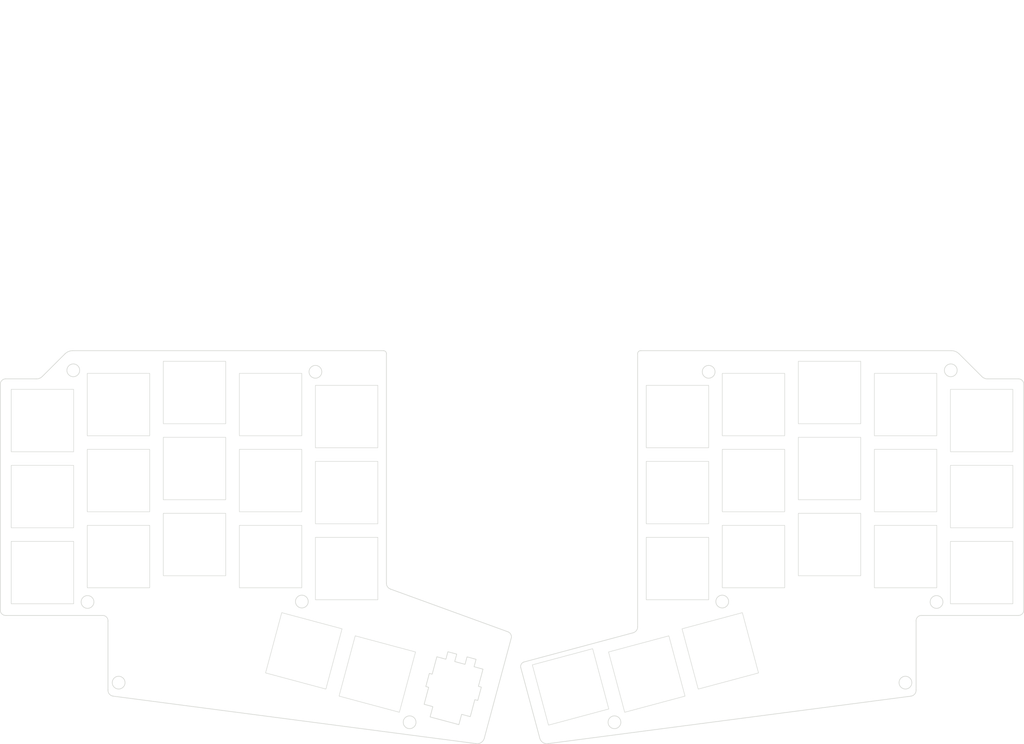
<source format=kicad_pcb>
(kicad_pcb (version 20221018) (generator pcbnew)
  (layers (0 "F.Cu" signal) (31 "B.Cu" signal) (34 "B.Paste" user) (35 "F.Paste" user) (36 "B.SilkS" user "B.Silkscreen") (37 "F.SilkS" user "F.Silkscreen") (38 "B.Mask" user) (39 "F.Mask" user) (44 "Edge.Cuts" user))
  (net 0 "")
  (footprint "jw_custom_footprint:CherryMX_Hotswap_cutout_above_PCB" (layer "F.Cu") (at 50.63948 99.035588)
    (fp_text reference "SW12" hide)
    (fp_text value "SW12")
    (fp_rect (start -7.8 -7.8) (end 7.8 7.8) (stroke (width 0.12)) (fill none) (layer "Edge.Cuts"))
  )
  (footprint "jw_custom_footprint:CherryMX_Hotswap_cutout_above_PCB" (layer "F.Cu") (at 50.63948 80.035988)
    (fp_text reference "SW7" hide)
    (fp_text value "SW7")
    (fp_rect (start -7.8 -7.8) (end 7.8 7.8) (stroke (width 0.12)) (fill none) (layer "Edge.Cuts"))
  )
  (footprint "jw_custom_footprint:RotaryEncoder_Alps_EC11E-Switch_Vertical_H20mm_cutout_above_PCB" (layer "F.Cu") (at 134.340366 131.6271 165)
    (fp_text reference "EC1" hide)
    (fp_text value "Rotary_Encoder_Switch")
    (fp_poly (pts (xy 3.7084 -6.096) (xy 5.969 -6.096) (xy 5.969 -1.7018) (xy 6.7056 -1.7018) (xy 6.7056 1.7018) (xy 5.969 1.7018) (xy 5.969 6.1976) (xy 3.6322 6.1976) (xy 3.6322 8.128) (xy 1.3462 8.128) (xy 1.3462 6.1976) (xy -1.3208 6.1976) (xy -1.3208 8.128) (xy -3.6576 8.128) (xy -3.6576 6.1976) (xy -5.969 6.1976) (xy -5.969 1.7526) (xy -6.731 1.7526) (xy -6.731 -1.7018) (xy -5.969 -1.7018) (xy -5.969 -6.096) (xy -3.7338 -6.096) (xy -3.7338 -8.763) (xy 3.7084 -8.763)) (stroke (width 0.15)) (fill none) (layer "Edge.Cuts"))
  )
  (footprint "jw_custom_footprint:MountingHole_3.2mm_M3_cutout" (layer "F.Cu") (at 99.840307 52.847744)
    (fp_text reference "TH1")
    (fp_text value "HOLE")
    (fp_circle (center 0 0) (end 1.6 0) (stroke (width 0.15)) (fill none) (layer "Edge.Cuts"))
  )
  (footprint "jw_custom_footprint:CherryMX_Hotswap_cutout_above_PCB" (layer "F.Cu") (at 96.937515 122.616333 -15)
    (fp_text reference "SW16" hide)
    (fp_text value "SW16")
    (fp_rect (start -7.8 -7.8) (end 7.8 7.8) (stroke (width 0.12)) (fill none) (layer "Edge.Cuts"))
  )
  (footprint "jw_custom_footprint:CherryMX_Hotswap_cutout_above_PCB" (layer "F.Cu") (at 31.63928 65.034988)
    (fp_text reference "SW1" hide)
    (fp_text value "SW1")
    (fp_rect (start -7.8 -7.8) (end 7.8 7.8) (stroke (width 0.12)) (fill none) (layer "Edge.Cuts"))
  )
  (footprint "jw_custom_footprint:CherryMX_Hotswap_cutout_above_PCB" (layer "F.Cu") (at 31.63928 84.035388)
    (fp_text reference "SW6" hide)
    (fp_text value "SW6")
    (fp_rect (start -7.8 -7.8) (end 7.8 7.8) (stroke (width 0.12)) (fill none) (layer "Edge.Cuts"))
  )
  (footprint "jw_custom_footprint:MountingHole_3.2mm_M3_cutout" (layer "F.Cu") (at 96.449352 110.286194)
    (fp_text reference "TH4" hide)
    (fp_text value "HOLE")
    (fp_circle (center 0 0) (end 1.6 0) (stroke (width 0.15)) (fill none) (layer "Edge.Cuts"))
  )
  (footprint "jw_custom_footprint:MountingHole_3.2mm_M3_cutout" (layer "F.Cu") (at 42.906152 110.390594)
    (fp_text reference "TH3")
    (fp_text value "HOLE")
    (fp_circle (center 0 0) (end 1.6 0) (stroke (width 0.15)) (fill none) (layer "Edge.Cuts"))
  )
  (footprint "jw_custom_footprint:CherryMX_Hotswap_cutout_above_PCB" (layer "F.Cu") (at 115.29949 128.411267 -15)
    (fp_text reference "SW17" hide)
    (fp_text value "SW17")
    (fp_rect (start -7.8 -7.8) (end 7.8 7.8) (stroke (width 0.12)) (fill none) (layer "Edge.Cuts"))
  )
  (footprint "jw_custom_footprint:CherryMX_Hotswap_cutout_above_PCB" (layer "F.Cu") (at 69.63888 96.025788)
    (fp_text reference "SW13" hide)
    (fp_text value "SW13")
    (fp_rect (start -7.8 -7.8) (end 7.8 7.8) (stroke (width 0.12)) (fill none) (layer "Edge.Cuts"))
  )
  (footprint "jw_custom_footprint:MountingHole_3.2mm_M3_cutout" (layer "F.Cu") (at 123.373352 140.464194)
    (fp_text reference "TH5")
    (fp_text value "HOLE")
    (fp_circle (center 0 0) (end 1.6 0) (stroke (width 0.15)) (fill none) (layer "Edge.Cuts"))
  )
  (footprint "jw_custom_footprint:CherryMX_Hotswap_cutout_above_PCB" (layer "F.Cu") (at 88.63908 61.035828)
    (fp_text reference "SW4" hide)
    (fp_text value "SW4")
    (fp_rect (start -7.8 -7.8) (end 7.8 7.8) (stroke (width 0.12)) (fill none) (layer "Edge.Cuts"))
  )
  (footprint "jw_custom_footprint:CherryMX_Hotswap_cutout_above_PCB" (layer "F.Cu") (at 50.63948 61.036388)
    (fp_text reference "SW2" hide)
    (fp_text value "SW2")
    (fp_rect (start -7.8 -7.8) (end 7.8 7.8) (stroke (width 0.12)) (fill none) (layer "Edge.Cuts"))
  )
  (footprint "jw_custom_footprint:CherryMX_Hotswap_cutout_above_PCB" (layer "F.Cu") (at 107.638778 64.036388)
    (fp_text reference "SW5" hide)
    (fp_text value "SW5")
    (fp_rect (start -7.8 -7.8) (end 7.8 7.8) (stroke (width 0.12)) (fill none) (layer "Edge.Cuts"))
  )
  (footprint "jw_custom_footprint:CherryMX_Hotswap_cutout_above_PCB" (layer "F.Cu") (at 88.63908 99.036188)
    (fp_text reference "SW14" hide)
    (fp_text value "SW14")
    (fp_rect (start -7.8 -7.8) (end 7.8 7.8) (stroke (width 0.12)) (fill none) (layer "Edge.Cuts"))
  )
  (footprint "jw_custom_footprint:CherryMX_Hotswap_cutout_above_PCB" (layer "F.Cu") (at 107.638778 102.036188)
    (fp_text reference "SW15" hide)
    (fp_text value "SW15")
    (fp_rect (start -7.8 -7.8) (end 7.8 7.8) (stroke (width 0.12)) (fill none) (layer "Edge.Cuts"))
  )
  (footprint "jw_custom_footprint:CherryMX_Hotswap_cutout_above_PCB" (layer "F.Cu") (at 88.63908 80.035788)
    (fp_text reference "SW9" hide)
    (fp_text value "SW9")
    (fp_rect (start -7.8 -7.8) (end 7.8 7.8) (stroke (width 0.12)) (fill none) (layer "Edge.Cuts"))
  )
  (footprint "jw_custom_footprint:MountingHole_3.2mm_M3_cutout" (layer "F.Cu") (at 50.678552 130.558194)
    (fp_text reference "TH6")
    (fp_text value "HOLE")
    (fp_circle (center 0 0) (end 1.6 0) (stroke (width 0.15)) (fill none) (layer "Edge.Cuts"))
  )
  (footprint "jw_custom_footprint:CherryMX_Hotswap_cutout_above_PCB" (layer "F.Cu") (at 107.638778 83.036188)
    (fp_text reference "SW10" hide)
    (fp_text value "SW10")
    (fp_rect (start -7.8 -7.8) (end 7.8 7.8) (stroke (width 0.12)) (fill none) (layer "Edge.Cuts"))
  )
  (footprint "jw_custom_footprint:CherryMX_Hotswap_cutout_above_PCB" (layer "F.Cu") (at 69.63888 58.025628)
    (fp_text reference "SW3" hide)
    (fp_text value "SW3")
    (fp_rect (start -7.8 -7.8) (end 7.8 7.8) (stroke (width 0.12)) (fill none) (layer "Edge.Cuts"))
  )
  (footprint "jw_custom_footprint:MountingHole_3.2mm_M3_cutout" (layer "F.Cu") (at 39.350152 52.478594)
    (fp_text reference "TH2")
    (fp_text value "HOLE")
    (fp_circle (center 0 0) (end 1.6 0) (stroke (width 0.15)) (fill none) (layer "Edge.Cuts"))
  )
  (footprint "jw_custom_footprint:CherryMX_Hotswap_cutout_above_PCB" (layer "F.Cu") (at 69.63888 77.025588)
    (fp_text reference "SW8" hide)
    (fp_text value "SW8")
    (fp_rect (start -7.8 -7.8) (end 7.8 7.8) (stroke (width 0.12)) (fill none) (layer "Edge.Cuts"))
  )
  (footprint "jw_custom_footprint:CherryMX_Hotswap_cutout_above_PCB" (layer "F.Cu") (at 31.63928 103.035788)
    (fp_text reference "SW11" hide)
    (fp_text value "SW11")
    (fp_rect (start -7.8 -7.8) (end 7.8 7.8) (stroke (width 0.12)) (fill none) (layer "Edge.Cuts"))
  )
  (footprint "jw_custom_footprint:CherryMX_Hotswap_cutout_above_PCB" (layer "B.Cu") (at 247.285222 99.035588 180)
    (fp_text reference "SW12" hide)
    (fp_text value "SW12")
    (fp_rect (start -7.8 7.8) (end 7.8 -7.8) (stroke (width 0.12)) (fill none) (layer "Edge.Cuts"))
  )
  (footprint "jw_custom_footprint:CherryMX_Hotswap_cutout_above_PCB" (layer "B.Cu") (at 182.625212 128.411267 -165)
    (fp_text reference "SW17" hide)
    (fp_text value "SW17")
    (fp_rect (start -7.8 7.8) (end 7.8 -7.8) (stroke (width 0.12)) (fill none) (layer "Edge.Cuts"))
  )
  (footprint "jw_custom_footprint:CherryMX_Hotswap_cutout_above_PCB" (layer "B.Cu") (at 190.285924 83.036188 180)
    (fp_text reference "SW10" hide)
    (fp_text value "SW10")
    (fp_rect (start -7.8 7.8) (end 7.8 -7.8) (stroke (width 0.12)) (fill none) (layer "Edge.Cuts"))
  )
  (footprint "jw_custom_footprint:CherryMX_Hotswap_cutout_above_PCB" (layer "B.Cu") (at 266.285422 84.035388 180)
    (fp_text reference "SW6" hide)
    (fp_text value "SW6")
    (fp_rect (start -7.8 7.8) (end 7.8 -7.8) (stroke (width 0.12)) (fill none) (layer "Edge.Cuts"))
  )
  (footprint "jw_custom_footprint:MountingHole_3.2mm_M3_cutout" (layer "B.Cu") (at 174.55135 140.464194 180)
    (fp_text reference "TH5")
    (fp_text value "HOLE")
    (fp_circle (center 0 0) (end 1.6 0) (stroke (width 0.15)) (fill none) (layer "Edge.Cuts"))
  )
  (footprint "jw_custom_footprint:CherryMX_Hotswap_cutout_above_PCB" (layer "B.Cu") (at 209.285622 61.035828 180)
    (fp_text reference "SW4" hide)
    (fp_text value "SW4")
    (fp_rect (start -7.8 7.8) (end 7.8 -7.8) (stroke (width 0.12)) (fill none) (layer "Edge.Cuts"))
  )
  (footprint "jw_custom_footprint:CherryMX_Hotswap_cutout_above_PCB" (layer "B.Cu") (at 163.584336 131.6271 -165)
    (fp_text reference "SW18" hide)
    (fp_text value "SW18")
    (fp_rect (start -7.8 7.8) (end 7.8 -7.8) (stroke (width 0.12)) (fill none) (layer "Edge.Cuts"))
  )
  (footprint "jw_custom_footprint:CherryMX_Hotswap_cutout_above_PCB" (layer "B.Cu") (at 266.285422 103.035788 180)
    (fp_text reference "SW11" hide)
    (fp_text value "SW11")
    (fp_rect (start -7.8 7.8) (end 7.8 -7.8) (stroke (width 0.12)) (fill none) (layer "Edge.Cuts"))
  )
  (footprint "jw_custom_footprint:CherryMX_Hotswap_cutout_above_PCB" (layer "B.Cu") (at 228.285822 77.025588 180)
    (fp_text reference "SW8" hide)
    (fp_text value "SW8")
    (fp_rect (start -7.8 7.8) (end 7.8 -7.8) (stroke (width 0.12)) (fill none) (layer "Edge.Cuts"))
  )
  (footprint "jw_custom_footprint:CherryMX_Hotswap_cutout_above_PCB" (layer "B.Cu") (at 228.285822 58.025628 180)
    (fp_text reference "SW3" hide)
    (fp_text value "SW3")
    (fp_rect (start -7.8 7.8) (end 7.8 -7.8) (stroke (width 0.12)) (fill none) (layer "Edge.Cuts"))
  )
  (footprint "jw_custom_footprint:CherryMX_Hotswap_cutout_above_PCB" (layer "B.Cu") (at 266.285422 65.034988 180)
    (fp_text reference "SW1" hide)
    (fp_text value "SW1")
    (fp_rect (start -7.8 7.8) (end 7.8 -7.8) (stroke (width 0.12)) (fill none) (layer "Edge.Cuts"))
  )
  (footprint "jw_custom_footprint:CherryMX_Hotswap_cutout_above_PCB" (layer "B.Cu") (at 228.285822 96.025788 180)
    (fp_text reference "SW13" hide)
    (fp_text value "SW13")
    (fp_rect (start -7.8 7.8) (end 7.8 -7.8) (stroke (width 0.12)) (fill none) (layer "Edge.Cuts"))
  )
  (footprint "jw_custom_footprint:MountingHole_3.2mm_M3_cutout" (layer "B.Cu") (at 255.01855 110.390594 180)
    (fp_text reference "TH3")
    (fp_text value "HOLE")
    (fp_circle (center 0 0) (end 1.6 0) (stroke (width 0.15)) (fill none) (layer "Edge.Cuts"))
  )
  (footprint "jw_custom_footprint:CherryMX_Hotswap_cutout_above_PCB" (layer "B.Cu") (at 190.285924 102.036188 180)
    (fp_text reference "SW15" hide)
    (fp_text value "SW15")
    (fp_rect (start -7.8 7.8) (end 7.8 -7.8) (stroke (width 0.12)) (fill none) (layer "Edge.Cuts"))
  )
  (footprint "jw_custom_footprint:MountingHole_3.2mm_M3_cutout" (layer "B.Cu") (at 201.47535 110.286194 180)
    (fp_text reference "TH4" hide)
    (fp_text value "HOLE")
    (fp_circle (center 0 0) (end 1.6 0) (stroke (width 0.15)) (fill none) (layer "Edge.Cuts"))
  )
  (footprint "jw_custom_footprint:CherryMX_Hotswap_cutout_above_PCB" (layer "B.Cu") (at 209.285622 80.035788 180)
    (fp_text reference "SW9" hide)
    (fp_text value "SW9")
    (fp_rect (start -7.8 7.8) (end 7.8 -7.8) (stroke (width 0.12)) (fill none) (layer "Edge.Cuts"))
  )
  (footprint "jw_custom_footprint:CherryMX_Hotswap_cutout_above_PCB" (layer "B.Cu") (at 209.285622 99.036188 180)
    (fp_text reference "SW14" hide)
    (fp_text value "SW14")
    (fp_rect (start -7.8 7.8) (end 7.8 -7.8) (stroke (width 0.12)) (fill none) (layer "Edge.Cuts"))
  )
  (footprint "jw_custom_footprint:MountingHole_3.2mm_M3_cutout" (layer "B.Cu") (at 198.084395 52.847744 180)
    (fp_text reference "TH1")
    (fp_text value "HOLE")
    (fp_circle (center 0 0) (end 1.6 0) (stroke (width 0.15)) (fill none) (layer "Edge.Cuts"))
  )
  (footprint "jw_custom_footprint:CherryMX_Hotswap_cutout_above_PCB" (layer "B.Cu") (at 190.285924 64.036388 180)
    (fp_text reference "SW5" hide)
    (fp_text value "SW5")
    (fp_rect (start -7.8 7.8) (end 7.8 -7.8) (stroke (width 0.12)) (fill none) (layer "Edge.Cuts"))
  )
  (footprint "jw_custom_footprint:CherryMX_Hotswap_cutout_above_PCB" (layer "B.Cu") (at 200.987187 122.616333 -165)
    (fp_text reference "SW16" hide)
    (fp_text value "SW16")
    (fp_rect (start -7.8 7.8) (end 7.8 -7.8) (stroke (width 0.12)) (fill none) (layer "Edge.Cuts"))
  )
  (footprint "jw_custom_footprint:CherryMX_Hotswap_cutout_above_PCB" (layer "B.Cu") (at 247.285222 61.036388 180)
    (fp_text reference "SW2" hide)
    (fp_text value "SW2")
    (fp_rect (start -7.8 7.8) (end 7.8 -7.8) (stroke (width 0.12)) (fill none) (layer "Edge.Cuts"))
  )
  (footprint "jw_custom_footprint:MountingHole_3.2mm_M3_cutout" (layer "B.Cu") (at 247.24615 130.558194 180)
    (fp_text reference "TH6")
    (fp_text value "HOLE")
    (fp_circle (center 0 0) (end 1.6 0) (stroke (width 0.15)) (fill none) (layer "Edge.Cuts"))
  )
  (footprint "jw_custom_footprint:MountingHole_3.2mm_M3_cutout" (layer "B.Cu") (at 258.57455 52.478594 180)
    (fp_text reference "TH2")
    (fp_text value "HOLE")
    (fp_circle (center 0 0) (end 1.6 0) (stroke (width 0.15)) (fill none) (layer "Edge.Cuts"))
  )
  (footprint "jw_custom_footprint:CherryMX_Hotswap_cutout_above_PCB" (layer "B.Cu") (at 247.285222 80.035988 180)
    (fp_text reference "SW7" hide)
    (fp_text value "SW7")
    (fp_rect (start -7.8 7.8) (end 7.8 -7.8) (stroke (width 0.12)) (fill none) (layer "Edge.Cuts"))
  )
  (gr_arc (start 21.112952 55.971794) (mid 21.501596 55.012967) (end 22.459152 54.621228) (stroke (width 0.15)) (layer "Edge.Cuts"))
  (gr_arc (start 37.267352 48.363794) (mid 38.178284 47.766475) (end 39.248552 47.563694) (stroke (width 0.15)) (layer "Edge.Cuts"))
  (gr_arc (start 180.345888 116.613594) (mid 180.025103 117.548584) (end 179.201965 118.09587) (stroke (width 0.15)) (layer "Edge.Cuts"))
  (gr_arc (start 275.46555 54.621228) (mid 276.423086 55.012986) (end 276.81175 55.971794) (stroke (width 0.15)) (layer "Edge.Cuts"))
  (gr_line (start 275.44015 113.757024) (end 251.279492 113.757024) (stroke (width 0.15)) (layer "Edge.Cuts"))
  (gr_line (start 267.83505 54.621228) (end 275.46555 54.621228) (stroke (width 0.15)) (layer "Edge.Cuts"))
  (gr_line (start 276.810711 112.422594) (end 276.81175 55.971794) (stroke (width 0.15)) (layer "Edge.Cuts"))
  (gr_arc (start 276.810711 112.422594) (mid 276.410787 113.382884) (end 275.44015 113.757024) (stroke (width 0.15)) (layer "Edge.Cuts"))
  (gr_arc (start 258.67615 47.563694) (mid 259.746408 47.766488) (end 260.65735 48.363794) (stroke (width 0.15)) (layer "Edge.Cuts"))
  (gr_line (start 139.934152 145.798194) (end 49.306952 133.936394) (stroke (width 0.15)) (layer "Edge.Cuts"))
  (gr_arc (start 118.648952 107.190194) (mid 117.868979 106.623467) (end 117.578814 105.704042) (stroke (width 0.15)) (layer "Edge.Cuts"))
  (gr_line (start 116.807147 47.563694) (end 39.248552 47.563694) (stroke (width 0.15)) (layer "Edge.Cuts"))
  (gr_line (start 37.267352 48.363794) (end 31.613652 54.006594) (stroke (width 0.15)) (layer "Edge.Cuts"))
  (gr_line (start 151.15795 126.849794) (end 155.88235 144.401194) (stroke (width 0.15)) (layer "Edge.Cuts"))
  (gr_arc (start 147.960552 117.858194) (mid 148.642573 118.473199) (end 148.773352 119.382194) (stroke (width 0.15)) (layer "Edge.Cuts"))
  (gr_arc (start 22.484552 113.757024) (mid 21.513898 113.382902) (end 21.113991 112.422594) (stroke (width 0.15)) (layer "Edge.Cuts"))
  (gr_line (start 22.459152 54.621228) (end 30.089652 54.621228) (stroke (width 0.15)) (layer "Edge.Cuts"))
  (gr_line (start 117.578814 48.312994) (end 117.578814 105.704042) (stroke (width 0.15)) (layer "Edge.Cuts"))
  (gr_line (start 142.042352 144.401194) (end 148.773352 119.382194) (stroke (width 0.15)) (layer "Edge.Cuts"))
  (gr_line (start 151.91995 125.401994) (end 179.201965 118.09587) (stroke (width 0.15)) (layer "Edge.Cuts"))
  (gr_arc (start 151.15795 126.849794) (mid 151.249367 125.973491) (end 151.91995 125.401994) (stroke (width 0.15)) (layer "Edge.Cuts"))
  (gr_line (start 48.015771 115.143296) (end 48.015771 132.386994) (stroke (width 0.15)) (layer "Edge.Cuts"))
  (gr_arc (start 116.807147 47.563694) (mid 117.353563 47.772976) (end 117.578814 48.312994) (stroke (width 0.15)) (layer "Edge.Cuts"))
  (gr_arc (start 267.83505 54.621228) (mid 267.00735 54.476809) (end 266.31105 54.006594) (stroke (width 0.15)) (layer "Edge.Cuts"))
  (gr_line (start 249.908931 132.386994) (end 249.908931 115.143296) (stroke (width 0.15)) (layer "Edge.Cuts"))
  (gr_arc (start 142.042352 144.401194) (mid 141.264682 145.516839) (end 139.934152 145.798194) (stroke (width 0.15)) (layer "Edge.Cuts"))
  (gr_line (start 258.67615 47.563694) (end 181.117555 47.563694) (stroke (width 0.15)) (layer "Edge.Cuts"))
  (gr_arc (start 249.908931 115.143296) (mid 250.28991 114.149298) (end 251.279492 113.757024) (stroke (width 0.15)) (layer "Edge.Cuts"))
  (gr_arc (start 31.613652 54.006594) (mid 30.917349 54.476798) (end 30.089652 54.621228) (stroke (width 0.15)) (layer "Edge.Cuts"))
  (gr_arc (start 157.99055 145.798194) (mid 156.660058 145.516823) (end 155.88235 144.401194) (stroke (width 0.15)) (layer "Edge.Cuts"))
  (gr_line (start 21.112952 55.971794) (end 21.113991 112.422594) (stroke (width 0.15)) (layer "Edge.Cuts"))
  (gr_line (start 46.64521 113.757024) (end 22.484552 113.757024) (stroke (width 0.15)) (layer "Edge.Cuts"))
  (gr_arc (start 49.306952 133.936394) (mid 48.359813 133.412987) (end 48.015771 132.386994) (stroke (width 0.15)) (layer "Edge.Cuts"))
  (gr_line (start 180.345888 116.613594) (end 180.345888 48.312994) (stroke (width 0.15)) (layer "Edge.Cuts"))
  (gr_line (start 248.61775 133.936394) (end 157.99055 145.798194) (stroke (width 0.15)) (layer "Edge.Cuts"))
  (gr_arc (start 180.345888 48.312994) (mid 180.571157 47.772995) (end 181.117555 47.563694) (stroke (width 0.15)) (layer "Edge.Cuts"))
  (gr_line (start 147.960552 117.858194) (end 118.648952 107.190194) (stroke (width 0.15)) (layer "Edge.Cuts"))
  (gr_line (start 266.31105 54.006594) (end 260.65735 48.363794) (stroke (width 0.15)) (layer "Edge.Cuts"))
  (gr_arc (start 249.908931 132.386994) (mid 249.564888 133.412986) (end 248.61775 133.936394) (stroke (width 0.15)) (layer "Edge.Cuts"))
  (gr_arc (start 46.64521 113.757024) (mid 47.634772 114.149318) (end 48.015771 115.143296) (stroke (width 0.15)) (layer "Edge.Cuts"))
)
</source>
